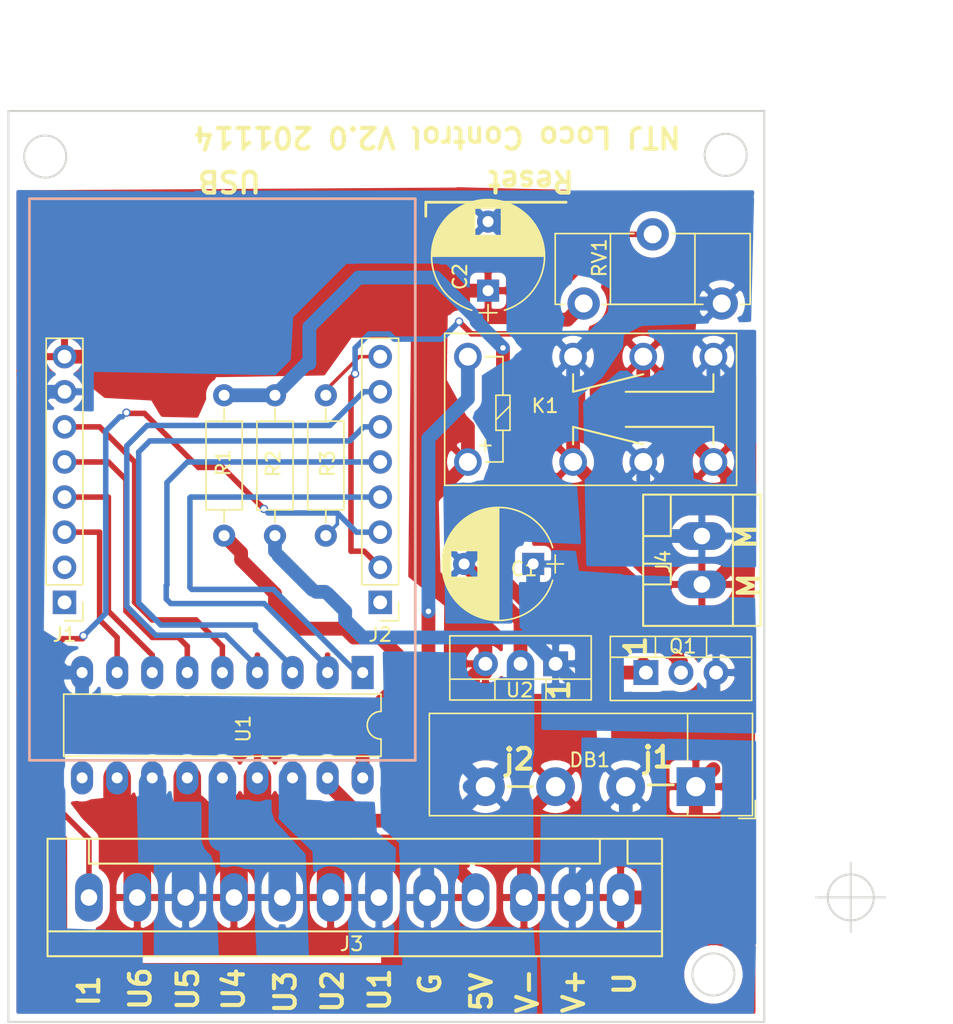
<source format=kicad_pcb>
(kicad_pcb (version 20171130) (host pcbnew "(5.1.8)-1")
  (layers (0 F.Cu signal) (31 B.Cu signal) (34 B.Paste user) (35 F.Paste user) (36 B.SilkS user) (37 F.SilkS user) (38 B.Mask user) (39 F.Mask user) (44 Edge.Cuts user))
  (net 0 "")
  (net 1 GND)
  (net 2 5V)
  (net 3 A0)
  (net 4 D5)
  (net 5 D6)
  (net 6 D7)
  (net 7 D8)
  (net 8 D1)
  (net 9 D2)
  (net 10 D3)
  (net 11 D4)
  (net 12 OUT2)
  (net 13 "Net-(Q1-Pad1)")
  (net 14 "Net-(R1-Pad2)")
  (net 15 VCC)
  (net 16 OUT3)
  (net 17 OUT4)
  (net 18 OUT5)
  (net 19 OUT6)
  (net 20 OUT7)
  (net 21 OUT8)
  (net 22 "Net-(K1-Pad4)")
  (net 23 D0)
  (net 24 V-)
  (net 25 V+)
  (net 26 "Net-(J4-Pad2)")
  (net 27 "Net-(J4-Pad1)")
  (net 28 3,3V)
  (module Diode_THT:Diode_Bridge_Vishay_KBU (layer F.Cu) (at 222.25 102.235 180)
    (fp_text reference DB1 (at 7.6835 1.9304 180) (layer F.SilkS))
    (fp_text value KBU4B)
    (pad 4 thru_hole circle (at 15.24 0 180) (size 2.8 2.8) (drill 1.4) (layers *.Cu *.Mask) (net 1 GND))
    (pad 3 thru_hole circle (at 10.16 0 180) (size 2.8 2.8) (drill 1.4) (layers *.Cu *.Mask) (net 24 V-))
    (pad 2 thru_hole circle (at 5.08 0 180) (size 2.8 2.8) (drill 1.4) (layers *.Cu *.Mask) (net 25 V+))
    (pad 1 thru_hole rect (at 0 0 180) (size 2.8 2.8) (drill 1.4) (layers *.Cu *.Mask) (net 15 VCC))
  )
  (module .pretty:Relay_SPST_OMRON-G5Q (layer F.Cu) (at 205.74 78.74)
    (fp_text reference K1 (at 5.588 -4.064 180) (layer F.SilkS))
    (fp_text value DS2Y-S-5vdc)
    (fp_text user + (at 1.27 -1.27) (layer F.SilkS))
    (pad 1 thru_hole circle (at 0 0 180) (size 2 2) (drill 1.3) (layers *.Cu *.Mask) (net 2 5V))
    (pad 4 thru_hole circle (at 7.62 0 180) (size 2 2) (drill 1.3) (layers *.Cu *.Mask) (net 22 "Net-(K1-Pad4)"))
    (pad 6 thru_hole circle (at 12.7 0 180) (size 2 2) (drill 1.3) (layers *.Cu *.Mask) (net 27 "Net-(J4-Pad1)"))
    (pad 8 thru_hole circle (at 17.78 0 180) (size 2 2) (drill 1.3) (layers *.Cu *.Mask) (net 26 "Net-(J4-Pad2)"))
    (pad 9 thru_hole circle (at 17.78 -7.62 180) (size 2 2) (drill 1.3) (layers *.Cu *.Mask) (net 27 "Net-(J4-Pad1)"))
    (pad 11 thru_hole circle (at 12.7 -7.62 180) (size 2 2) (drill 1.3) (layers *.Cu *.Mask) (net 26 "Net-(J4-Pad2)"))
    (pad 13 thru_hole circle (at 7.62 -7.62 180) (size 2 2) (drill 1.3) (layers *.Cu *.Mask) (net 1 GND))
    (pad 16 thru_hole circle (at 0 -7.62 180) (size 2 2) (drill 1.3) (layers *.Cu *.Mask) (net 12 OUT2))
  )
  (module Package_DIP:DIP-18_W7.62mm_LongPads (layer F.Cu) (at 198.12 93.98 270)
    (fp_text reference U1 (at 4.064 8.636 270) (layer F.SilkS))
    (fp_text value ULN2803A)
    (pad 1 thru_hole rect (at 0 0 270) (size 2.4 1.6) (drill 0.8) (layers *.Cu *.Mask) (net 4 D5))
    (pad 10 thru_hole oval (at 7.62 20.32 270) (size 2.4 1.6) (drill 0.8) (layers *.Cu *.Mask))
    (pad 2 thru_hole oval (at 0 2.54 270) (size 2.4 1.6) (drill 0.8) (layers *.Cu *.Mask) (net 5 D6))
    (pad 11 thru_hole oval (at 7.62 17.78 270) (size 2.4 1.6) (drill 0.8) (layers *.Cu *.Mask) (net 21 OUT8))
    (pad 3 thru_hole oval (at 0 5.08 270) (size 2.4 1.6) (drill 0.8) (layers *.Cu *.Mask) (net 6 D7))
    (pad 12 thru_hole oval (at 7.62 15.24 270) (size 2.4 1.6) (drill 0.8) (layers *.Cu *.Mask) (net 20 OUT7))
    (pad 4 thru_hole oval (at 0 7.62 270) (size 2.4 1.6) (drill 0.8) (layers *.Cu *.Mask) (net 7 D8))
    (pad 13 thru_hole oval (at 7.62 12.7 270) (size 2.4 1.6) (drill 0.8) (layers *.Cu *.Mask) (net 19 OUT6))
    (pad 5 thru_hole oval (at 0 10.16 270) (size 2.4 1.6) (drill 0.8) (layers *.Cu *.Mask) (net 11 D4))
    (pad 14 thru_hole oval (at 7.62 10.16 270) (size 2.4 1.6) (drill 0.8) (layers *.Cu *.Mask) (net 18 OUT5))
    (pad 6 thru_hole oval (at 0 12.7 270) (size 2.4 1.6) (drill 0.8) (layers *.Cu *.Mask) (net 10 D3))
    (pad 15 thru_hole oval (at 7.62 7.62 270) (size 2.4 1.6) (drill 0.8) (layers *.Cu *.Mask) (net 17 OUT4))
    (pad 7 thru_hole oval (at 0 15.24 270) (size 2.4 1.6) (drill 0.8) (layers *.Cu *.Mask) (net 9 D2))
    (pad 16 thru_hole oval (at 7.62 5.08 270) (size 2.4 1.6) (drill 0.8) (layers *.Cu *.Mask) (net 16 OUT3))
    (pad 8 thru_hole oval (at 0 17.78 270) (size 2.4 1.6) (drill 0.8) (layers *.Cu *.Mask) (net 8 D1))
    (pad 17 thru_hole oval (at 7.62 2.54 270) (size 2.4 1.6) (drill 0.8) (layers *.Cu *.Mask) (net 12 OUT2))
    (pad 9 thru_hole oval (at 0 20.32 270) (size 2.4 1.6) (drill 0.8) (layers *.Cu *.Mask) (net 1 GND))
    (pad 18 thru_hole oval (at 7.62 0 270) (size 2.4 1.6) (drill 0.8) (layers *.Cu *.Mask) (net 14 "Net-(R1-Pad2)"))
  )
  (module Pin_Headers:Pin_Header_Straight_1x08_Pitch2.54mm (layer F.Cu) (at 176.53 88.9 180)
    (fp_text reference J1 (at 0 -2.33 180) (layer F.SilkS))
    (fp_text value Conn_01x08)
    (pad 1 thru_hole rect (at 0 0 180) (size 1.7 1.7) (drill 1) (layers *.Cu *.Mask))
    (pad 2 thru_hole oval (at 0 2.54 180) (size 1.7 1.7) (drill 1) (layers *.Cu *.Mask))
    (pad 3 thru_hole oval (at 0 5.08 180) (size 1.7 1.7) (drill 1) (layers *.Cu *.Mask) (net 8 D1))
    (pad 4 thru_hole oval (at 0 7.62 180) (size 1.7 1.7) (drill 1) (layers *.Cu *.Mask) (net 9 D2))
    (pad 5 thru_hole oval (at 0 10.16 180) (size 1.7 1.7) (drill 1) (layers *.Cu *.Mask) (net 10 D3))
    (pad 6 thru_hole oval (at 0 12.7 180) (size 1.7 1.7) (drill 1) (layers *.Cu *.Mask) (net 11 D4))
    (pad 7 thru_hole oval (at 0 15.24 180) (size 1.7 1.7) (drill 1) (layers *.Cu *.Mask) (net 1 GND))
    (pad 8 thru_hole oval (at 0 17.78 180) (size 1.7 1.7) (drill 1) (layers *.Cu *.Mask) (net 2 5V))
  )
  (module Pin_Headers:Pin_Header_Straight_1x08_Pitch2.54mm (layer F.Cu) (at 199.39 88.9 180)
    (fp_text reference J2 (at 0 -2.33 180) (layer F.SilkS))
    (fp_text value Conn_01x08)
    (pad 1 thru_hole rect (at 0 0 180) (size 1.7 1.7) (drill 1) (layers *.Cu *.Mask))
    (pad 2 thru_hole oval (at 0 2.54 180) (size 1.7 1.7) (drill 1) (layers *.Cu *.Mask) (net 3 A0))
    (pad 3 thru_hole oval (at 0 5.08 180) (size 1.7 1.7) (drill 1) (layers *.Cu *.Mask) (net 23 D0))
    (pad 4 thru_hole oval (at 0 7.62 180) (size 1.7 1.7) (drill 1) (layers *.Cu *.Mask) (net 4 D5))
    (pad 5 thru_hole oval (at 0 10.16 180) (size 1.7 1.7) (drill 1) (layers *.Cu *.Mask) (net 5 D6))
    (pad 6 thru_hole oval (at 0 12.7 180) (size 1.7 1.7) (drill 1) (layers *.Cu *.Mask) (net 6 D7))
    (pad 7 thru_hole oval (at 0 15.24 180) (size 1.7 1.7) (drill 1) (layers *.Cu *.Mask) (net 7 D8))
    (pad 8 thru_hole oval (at 0 17.78 180) (size 1.7 1.7) (drill 1) (layers *.Cu *.Mask) (net 28 3,3V))
  )
  (module Resistors_THT:R_Axial_DIN0207_L6.3mm_D2.5mm_P10.16mm_Horizontal (layer F.Cu) (at 188.087 73.914 270)
    (fp_text reference R1 (at 4.8895 0.0635 270) (layer F.SilkS))
    (fp_text value 150R)
    (pad 1 thru_hole circle (at 0 0 270) (size 1.6 1.6) (drill 0.8) (layers *.Cu *.Mask) (net 13 "Net-(Q1-Pad1)"))
    (pad 2 thru_hole oval (at 10.16 0 270) (size 1.6 1.6) (drill 0.8) (layers *.Cu *.Mask) (net 14 "Net-(R1-Pad2)"))
  )
  (module Resistors_THT:R_Axial_DIN0207_L6.3mm_D2.5mm_P10.16mm_Horizontal (layer F.Cu) (at 191.77 84.074 90)
    (fp_text reference R2 (at 5.207 -0.127 90) (layer F.SilkS))
    (fp_text value 3k)
    (pad 1 thru_hole circle (at 0 0 90) (size 1.6 1.6) (drill 0.8) (layers *.Cu *.Mask) (net 15 VCC))
    (pad 2 thru_hole oval (at 10.16 0 90) (size 1.6 1.6) (drill 0.8) (layers *.Cu *.Mask) (net 13 "Net-(Q1-Pad1)"))
  )
  (module Potentiometers:Potentiometer_Trimmer_ACP_CA14h5_Vertical_Px5.0mm_Py10.0mm (layer F.Cu) (at 214.122 67.2719 90)
    (fp_text reference RV1 (at 3.302 1.143 90) (layer F.SilkS))
    (fp_text value POT)
    (pad 3 thru_hole circle (at 0 10 90) (size 2.34 2.34) (drill 1.3) (layers *.Cu *.Mask) (net 1 GND))
    (pad 2 thru_hole circle (at 5 5 90) (size 2.34 2.34) (drill 1.3) (layers *.Cu *.Mask) (net 3 A0))
    (pad 1 thru_hole circle (at 0 0 90) (size 2.34 2.34) (drill 1.3) (layers *.Cu *.Mask) (net 22 "Net-(K1-Pad4)"))
  )
  (module TO_SOT_Packages_THT:TO-220_Vertical (layer F.Cu) (at 212.09 93.345 180)
    (fp_text reference U2 (at 2.6035 -1.905 180) (layer F.SilkS))
    (fp_text value LM7805_TO220)
    (pad 1 thru_hole rect (at 0 0 180) (size 1.8 1.8) (drill 1) (layers *.Cu *.Mask) (net 15 VCC))
    (pad 2 thru_hole oval (at 2.54 0 180) (size 1.8 1.8) (drill 1) (layers *.Cu *.Mask) (net 1 GND))
    (pad 3 thru_hole oval (at 5.08 0 180) (size 1.8 1.8) (drill 1) (layers *.Cu *.Mask) (net 2 5V))
  )
  (module Capacitors_THT:CP_Radial_D8.0mm_P5.00mm (layer F.Cu) (at 210.4644 86.1187 180)
    (fp_text reference C1 (at 0.6604 -0.3683 180) (layer F.SilkS))
    (fp_text value 330u)
    (pad 1 thru_hole rect (at 0 0 180) (size 1.6 1.6) (drill 0.8) (layers *.Cu *.Mask) (net 15 VCC))
    (pad 2 thru_hole circle (at 5 0 180) (size 1.6 1.6) (drill 0.8) (layers *.Cu *.Mask) (net 1 GND))
  )
  (module Capacitors_THT:CP_Radial_D8.0mm_P5.00mm (layer F.Cu) (at 207.2005 66.3448 90)
    (fp_text reference C2 (at 1.016 -2.032 90) (layer F.SilkS))
    (fp_text value 330u)
    (pad 1 thru_hole rect (at 0 0 90) (size 1.6 1.6) (drill 0.8) (layers *.Cu *.Mask) (net 2 5V))
    (pad 2 thru_hole circle (at 5 0 90) (size 1.6 1.6) (drill 0.8) (layers *.Cu *.Mask) (net 1 GND))
  )
  (module Connectors_WAGO:WAGO_734_12Pin_Straight_RuggedPads (layer F.Cu) (at 197.549699 110.254979 180)
    (fp_text reference J3 (at 0.229799 -3.359221 180) (layer F.SilkS))
    (fp_text value Screw_Terminal_01x12)
    (pad 6 thru_hole oval (at -1.75006 0 180) (size 1.99898 3.50012) (drill 1.19888) (layers *.Cu *.Mask) (net 16 OUT3))
    (pad 5 thru_hole oval (at -5.25018 0 180) (size 1.99898 3.50012) (drill 1.19888) (layers *.Cu *.Mask) (net 1 GND))
    (pad 7 thru_hole oval (at 1.75006 0 180) (size 1.99898 3.50012) (drill 1.19888) (layers *.Cu *.Mask) (net 17 OUT4))
    (pad 8 thru_hole oval (at 5.25018 0 180) (size 1.99898 3.50012) (drill 1.19888) (layers *.Cu *.Mask) (net 18 OUT5))
    (pad 4 thru_hole oval (at -8.7503 0 180) (size 1.99898 3.50012) (drill 1.19888) (layers *.Cu *.Mask) (net 2 5V))
    (pad 9 thru_hole oval (at 8.7503 0 180) (size 1.99898 3.50012) (drill 1.19888) (layers *.Cu *.Mask) (net 19 OUT6))
    (pad 3 thru_hole oval (at -12.25042 0 180) (size 1.99898 3.50012) (drill 1.19888) (layers *.Cu *.Mask) (net 24 V-))
    (pad 10 thru_hole oval (at 12.25042 0 180) (size 1.99898 3.50012) (drill 1.19888) (layers *.Cu *.Mask) (net 20 OUT7))
    (pad 11 thru_hole oval (at 15.75054 0 180) (size 1.99898 3.50012) (drill 1.19888) (layers *.Cu *.Mask) (net 21 OUT8))
    (pad 2 thru_hole oval (at -15.75054 0 180) (size 1.99898 3.50012) (drill 1.19888) (layers *.Cu *.Mask) (net 25 V+))
    (pad 1 thru_hole oval (at -19.25066 0 180) (size 1.99898 3.50012) (drill 1.19888) (layers *.Cu *.Mask) (net 15 VCC))
    (pad 12 thru_hole oval (at 19.25066 0 180) (size 1.99898 3.50012) (drill 1.19888) (layers *.Cu *.Mask) (net 23 D0))
  )
  (module Connectors_WAGO:WAGO_734_2pin_Straight_RuggedPads (layer F.Cu) (at 222.6818 85.852 270)
    (fp_text reference J4 (at 0.1143 2.794 270) (layer F.SilkS))
    (fp_text value Screw_Terminal_01x02)
    (pad 2 thru_hole oval (at 1.75006 0 270) (size 1.99898 3.50012) (drill 1.19888) (layers *.Cu *.Mask) (net 26 "Net-(J4-Pad2)"))
    (pad 1 thru_hole oval (at -1.75006 0 270) (size 1.99898 3.50012) (drill 1.19888) (layers *.Cu *.Mask) (net 27 "Net-(J4-Pad1)"))
  )
  (module TO_SOT_Packages_THT:TO-220_Vertical (layer F.Cu) (at 218.6305 93.98)
    (fp_text reference Q1 (at 2.667 -1.905) (layer F.SilkS))
    (fp_text value FQPF11P06)
    (pad 1 thru_hole rect (at 0 0) (size 1.8 1.8) (drill 1) (layers *.Cu *.Mask) (net 13 "Net-(Q1-Pad1)"))
    (pad 2 thru_hole oval (at 2.54 0) (size 1.8 1.8) (drill 1) (layers *.Cu *.Mask) (net 22 "Net-(K1-Pad4)"))
    (pad 3 thru_hole oval (at 5.08 0) (size 1.8 1.8) (drill 1) (layers *.Cu *.Mask) (net 15 VCC))
  )
  (module Resistors_THT:R_Axial_DIN0207_L6.3mm_D2.5mm_P10.16mm_Horizontal (layer F.Cu) (at 195.453 73.914 270)
    (fp_text reference R3 (at 4.953 -0.127 90) (layer F.SilkS))
    (fp_text value 10k)
    (pad 1 thru_hole circle (at 0 0 270) (size 1.6 1.6) (drill 0.8) (layers *.Cu *.Mask) (net 28 3,3V))
    (pad 2 thru_hole oval (at 10.16 0 270) (size 1.6 1.6) (drill 0.8) (layers *.Cu *.Mask) (net 23 D0))
  )
  (gr_text 1 (at 212.3313 95.2373 90) (layer F.SilkS) (effects (font (size 1.5 1.5) (thickness 0.3))))
  (gr_text 1 (at 217.8812 92.0623 90) (layer F.SilkS) (effects (font (size 1.5 1.5) (thickness 0.3))))
  (gr_text U (at 217.0811 116.4971 90) (layer F.SilkS) (effects (font (size 1.5 1.5) (thickness 0.3))))
  (gr_text I1 (at 178.2953 117.0051 90) (layer F.SilkS) (effects (font (size 1.5 1.5) (thickness 0.3))))
  (gr_text j1 (at 219.4941 100.1014) (layer F.SilkS) (effects (font (size 1.5 1.5) (thickness 0.3))))
  (gr_text j2 (at 209.4484 100.2538) (layer F.SilkS) (effects (font (size 1.5 1.5) (thickness 0.3))))
  (gr_line (start 218.8083 102.108) (end 220.6117 102.108) (layer F.SilkS) (width 0.2))
  (gr_line (start 208.6356 102.2223) (end 210.4263 102.235) (layer F.SilkS) (width 0.2))
  (gr_circle (center 223.52 115.824) (end 225.044 115.824) (layer Edge.Cuts) (width 0.15))
  (gr_line (start 227.203 53.34) (end 172.466 53.34) (angle 90) (layer Edge.Cuts) (width 0.15))
  (gr_line (start 227.203 119.253) (end 227.203 53.34) (angle 90) (layer Edge.Cuts) (width 0.15))
  (gr_line (start 172.466 119.253) (end 172.466 53.34) (angle 90) (layer Edge.Cuts) (width 0.15))
  (gr_line (start 227.203 119.253) (end 172.466 119.253) (angle 90) (layer Edge.Cuts) (width 0.15))
  (target plus (at 233.4641 110.2487) (size 5) (width 0.15) (layer Edge.Cuts))
  (gr_text G (at 202.9968 116.5098 90) (layer F.SilkS) (effects (font (size 1.5 1.5) (thickness 0.3))))
  (gr_line (start 202.692 59.944) (end 202.692 60.96) (angle 90) (layer F.SilkS) (width 0.2))
  (gr_line (start 207.264 59.944) (end 202.692 59.944) (angle 90) (layer F.SilkS) (width 0.2))
  (gr_line (start 206.756 59.944) (end 207.264 59.944) (angle 90) (layer F.SilkS) (width 0.2))
  (gr_line (start 212.852 59.944) (end 206.756 59.944) (angle 90) (layer F.SilkS) (width 0.2))
  (gr_text Reset (at 210.312 58.42 180) (layer F.SilkS) (effects (font (size 1.5 1.5) (thickness 0.3))))
  (gr_text USB (at 188.468 58.42 180) (layer F.SilkS) (effects (font (size 1.5 1.5) (thickness 0.3))))
  (gr_circle (center 224.409 56.515) (end 225.933 56.515) (layer Edge.Cuts) (width 0.15))
  (gr_text "NTJ Loco Control V2.0 201114" (at 203.5175 55.245 180) (layer F.SilkS) (effects (font (size 1.5 1.5) (thickness 0.3))))
  (gr_circle (center 175.133 56.642) (end 176.657 56.642) (layer Edge.Cuts) (width 0.15))
  (gr_text U6 (at 182.0164 116.8527 90) (layer F.SilkS) (effects (font (size 1.5 1.5) (thickness 0.3))))
  (gr_text U5 (at 185.4581 116.8908 90) (layer F.SilkS) (effects (font (size 1.5 1.5) (thickness 0.3))))
  (gr_text U4 (at 188.7728 116.8908 90) (layer F.SilkS) (effects (font (size 1.5 1.5) (thickness 0.3))))
  (gr_text U3 (at 192.5193 117.1067 90) (layer F.SilkS) (effects (font (size 1.5 1.5) (thickness 0.3))))
  (gr_text U2 (at 195.9356 117.0432 90) (layer F.SilkS) (effects (font (size 1.5 1.5) (thickness 0.3))))
  (gr_text U1 (at 199.3519 116.9289 90) (layer F.SilkS) (effects (font (size 1.5 1.5) (thickness 0.3))))
  (gr_text 5V (at 206.7179 117.0813 90) (layer F.SilkS) (effects (font (size 1.5 1.5) (thickness 0.3))))
  (gr_text M (at 225.8568 84.1502 90) (layer F.SilkS) (effects (font (size 1.5 1.5) (thickness 0.3))))
  (gr_text M (at 226.0981 87.6935 90) (layer F.SilkS) (effects (font (size 1.5 1.5) (thickness 0.3))))
  (gr_text V- (at 210.058 117.0178 90) (layer F.SilkS) (effects (font (size 1.5 1.5) (thickness 0.3))))
  (gr_text V+ (at 213.3981 117.0178 90) (layer F.SilkS) (effects (font (size 1.5 1.5) (thickness 0.3))))
  (gr_line (start 201.93 59.69) (end 173.99 59.69) (angle 90) (layer B.SilkS) (width 0.2))
  (gr_line (start 201.93 100.33) (end 201.93 59.69) (angle 90) (layer B.SilkS) (width 0.2))
  (gr_line (start 173.99 100.33) (end 201.93 100.33) (angle 90) (layer B.SilkS) (width 0.2))
  (gr_line (start 173.99 59.69) (end 173.99 100.33) (angle 90) (layer B.SilkS) (width 0.2))
  (segment (start 207.01 102.235) (end 205.867 102.235) (width 1) (layer B.Cu) (net 1))
  (segment (start 217.17 67.31) (end 213.36 71.12) (width 1) (layer B.Cu) (net 1))
  (segment (start 213.36 71.12) (end 213.36 73.025) (width 1) (layer B.Cu) (net 1))
  (segment (start 206.375 102.235) (end 207.01 102.235) (width 1) (layer B.Cu) (net 1))
  (segment (start 176.53 73.66) (end 175.26 73.66) (width 1) (layer B.Cu) (net 1))
  (segment (start 176.53 93.98) (end 177.8 93.98) (width 1) (layer B.Cu) (net 1))
  (segment (start 173.99 91.44) (end 176.53 93.98) (width 1) (layer B.Cu) (net 1))
  (segment (start 173.99 74.93) (end 173.99 91.44) (width 1) (layer B.Cu) (net 1))
  (segment (start 175.26 73.66) (end 173.99 74.93) (width 1) (layer B.Cu) (net 1))
  (segment (start 177.8 93.98) (end 177.8 94.615) (width 1) (layer B.Cu) (net 1))
  (segment (start 212.755 70.455) (end 212.725 70.485) (width 0.25) (layer F.Cu) (net 1))
  (segment (start 177.8 94.38) (end 177.8 93.98) (width 1) (layer B.Cu) (net 1))
  (segment (start 207.01 102.235) (end 203.9112 105.3338) (width 1) (layer B.Cu) (net 1))
  (segment (start 203.9112 106.393598) (end 203.9112 105.3338) (width 1) (layer B.Cu) (net 1))
  (segment (start 202.799879 107.504919) (end 203.9112 106.393598) (width 1) (layer B.Cu) (net 1))
  (segment (start 202.799879 110.254979) (end 202.799879 107.504919) (width 1) (layer B.Cu) (net 1))
  (segment (start 202.7301 110.1677) (end 202.7301 109.8677) (width 0.25) (layer F.Cu) (net 1))
  (segment (start 217.2081 67.2719) (end 217.17 67.31) (width 1) (layer B.Cu) (net 1))
  (segment (start 224.122 67.2719) (end 217.2081 67.2719) (width 1) (layer B.Cu) (net 1))
  (segment (start 224.122 67.2719) (end 218.5416 67.2719) (width 1) (layer B.Cu) (net 1))
  (segment (start 212.6145 61.3448) (end 207.2005 61.3448) (width 1) (layer B.Cu) (net 1))
  (segment (start 218.5416 67.2719) (end 212.6145 61.3448) (width 1) (layer B.Cu) (net 1))
  (segment (start 211.659999 74.725001) (end 211.659999 74.890101) (width 1) (layer B.Cu) (net 1))
  (segment (start 213.36 73.025) (end 211.659999 74.725001) (width 1) (layer B.Cu) (net 1))
  (segment (start 211.659999 74.890101) (end 209.1309 77.4192) (width 1) (layer B.Cu) (net 1))
  (segment (start 209.1309 82.4522) (end 205.4644 86.1187) (width 1) (layer B.Cu) (net 1))
  (segment (start 209.1309 77.4192) (end 209.1309 82.4522) (width 1) (layer B.Cu) (net 1))
  (segment (start 209.55 90.2043) (end 205.4644 86.1187) (width 1) (layer F.Cu) (net 1))
  (segment (start 209.55 93.345) (end 209.55 90.2043) (width 1) (layer F.Cu) (net 1))
  (segment (start 202.692 97.917) (end 207.01 102.235) (width 1) (layer B.Cu) (net 1))
  (segment (start 179.537 97.917) (end 202.692 97.917) (width 1) (layer B.Cu) (net 1))
  (segment (start 177.8 93.98) (end 177.8 96.18) (width 1) (layer B.Cu) (net 1))
  (segment (start 177.8 96.18) (end 179.537 97.917) (width 1) (layer B.Cu) (net 1))
  (segment (start 209.55 99.695) (end 207.01 102.235) (width 1) (layer B.Cu) (net 1))
  (segment (start 209.55 93.345) (end 209.55 99.695) (width 2) (layer B.Cu) (net 1))
  (segment (start 207.01 93.345) (end 207.01 93.98) (width 1) (layer F.Cu) (net 2))
  (segment (start 205.74 76.2) (end 205.74 78.74) (width 1) (layer F.Cu) (net 2))
  (segment (start 203.2 73.66) (end 205.74 76.2) (width 1) (layer F.Cu) (net 2))
  (segment (start 202.6412 68.4149) (end 203.2 68.9737) (width 1) (layer F.Cu) (net 2))
  (segment (start 203.2 68.9737) (end 203.2 73.66) (width 1) (layer F.Cu) (net 2))
  (segment (start 206.110001 94.244999) (end 206.110001 96.022999) (width 1) (layer F.Cu) (net 2))
  (segment (start 207.01 93.345) (end 206.110001 94.244999) (width 1) (layer F.Cu) (net 2))
  (segment (start 206.110001 96.022999) (end 203.5683 98.5647) (width 1) (layer F.Cu) (net 2))
  (segment (start 206.299999 109.504409) (end 206.299999 110.254979) (width 1) (layer F.Cu) (net 2))
  (segment (start 203.5683 106.77271) (end 206.299999 109.504409) (width 1) (layer F.Cu) (net 2))
  (segment (start 203.5683 98.5647) (end 203.5683 106.77271) (width 1) (layer F.Cu) (net 2))
  (segment (start 203.3304 68.4149) (end 202.6412 68.4149) (width 1) (layer F.Cu) (net 2))
  (segment (start 205.4005 66.3448) (end 203.3304 68.4149) (width 1) (layer F.Cu) (net 2))
  (segment (start 207.2005 66.3448) (end 205.4005 66.3448) (width 1) (layer F.Cu) (net 2))
  (segment (start 207.01 92.072208) (end 205.4352 90.497408) (width 1) (layer F.Cu) (net 2))
  (segment (start 207.01 93.345) (end 207.01 92.072208) (width 1) (layer F.Cu) (net 2))
  (segment (start 205.4352 90.497408) (end 205.4352 89.0905) (width 1) (layer F.Cu) (net 2))
  (segment (start 205.4352 89.0905) (end 203.1111 86.7664) (width 1) (layer F.Cu) (net 2))
  (segment (start 203.1111 81.3689) (end 205.74 78.74) (width 1) (layer F.Cu) (net 2))
  (segment (start 203.1111 86.7664) (end 203.1111 81.3689) (width 1) (layer F.Cu) (net 2))
  (segment (start 197.9422 68.4149) (end 202.6412 68.4149) (width 1) (layer F.Cu) (net 2))
  (segment (start 192.8622 68.4149) (end 197.9422 68.4149) (width 1) (layer F.Cu) (net 2))
  (segment (start 176.53 71.12) (end 190.1571 71.12) (width 1) (layer F.Cu) (net 2))
  (segment (start 190.1571 71.12) (end 192.8622 68.4149) (width 1) (layer F.Cu) (net 2))
  (segment (start 203.835 69.85) (end 201.93 69.85) (width 0.4) (layer B.Cu) (net 3))
  (segment (start 205.105 68.58) (end 203.835 69.85) (width 0.4) (layer B.Cu) (net 3))
  (via (at 205.105 68.58) (size 0.6) (drill 0.4) (layers F.Cu B.Cu) (net 3))
  (segment (start 201.93 69.85) (end 200.4187 69.85) (width 0.4) (layer B.Cu) (net 3))
  (segment (start 200.4187 69.85) (end 200.0504 69.4817) (width 0.4) (layer B.Cu) (net 3))
  (segment (start 200.0504 69.4817) (end 198.5899 69.4817) (width 0.4) (layer B.Cu) (net 3))
  (segment (start 198.5899 69.4817) (end 197.5739 70.4977) (width 0.4) (layer B.Cu) (net 3))
  (via (at 197.5739 72.3519) (size 0.6) (drill 0.4) (layers F.Cu B.Cu) (net 3))
  (segment (start 197.5739 70.4977) (end 197.5739 72.3519) (width 0.4) (layer B.Cu) (net 3))
  (segment (start 197.273901 72.651899) (end 197.273901 85.196401) (width 0.4) (layer F.Cu) (net 3))
  (segment (start 197.5739 72.3519) (end 197.273901 72.651899) (width 0.4) (layer F.Cu) (net 3))
  (segment (start 198.226401 85.196401) (end 199.39 86.36) (width 0.4) (layer F.Cu) (net 3))
  (segment (start 197.273901 85.196401) (end 198.226401 85.196401) (width 0.4) (layer F.Cu) (net 3))
  (segment (start 205.994 69.469) (end 205.105 68.58) (width 0.4) (layer F.Cu) (net 3))
  (segment (start 209.2071 69.469) (end 205.994 69.469) (width 0.4) (layer F.Cu) (net 3))
  (segment (start 213.9531 64.723) (end 209.2071 69.469) (width 0.4) (layer F.Cu) (net 3))
  (segment (start 219.122 62.2719) (end 213.9531 62.2719) (width 0.4) (layer F.Cu) (net 3))
  (segment (start 213.9531 62.2719) (end 213.9531 64.723) (width 0.4) (layer F.Cu) (net 3))
  (segment (start 198.12 93.98) (end 198.12 93.345) (width 0.4) (layer B.Cu) (net 4))
  (segment (start 198.12 93.58) (end 198.12 93.98) (width 0.4) (layer B.Cu) (net 4))
  (segment (start 197.67707 93.98) (end 191.6557 87.95863) (width 0.4) (layer B.Cu) (net 4))
  (segment (start 198.12 93.98) (end 197.67707 93.98) (width 0.4) (layer B.Cu) (net 4))
  (segment (start 191.6557 87.95863) (end 185.74863 87.95863) (width 0.4) (layer B.Cu) (net 4))
  (segment (start 185.74863 87.95863) (end 185.6105 87.8205) (width 0.4) (layer B.Cu) (net 4))
  (segment (start 185.6105 87.8205) (end 185.6105 81.3308) (width 0.4) (layer B.Cu) (net 4))
  (segment (start 185.6613 81.28) (end 199.39 81.28) (width 0.4) (layer B.Cu) (net 4))
  (segment (start 185.6105 81.3308) (end 185.6613 81.28) (width 0.4) (layer B.Cu) (net 4))
  (segment (start 195.58 93.98) (end 195.58 92.71) (width 0.4) (layer F.Cu) (net 5))
  (segment (start 195.58 94.38) (end 195.58 93.98) (width 0.4) (layer F.Cu) (net 5))
  (segment (start 199.39 78.74) (end 198.187919 78.74) (width 0.4) (layer B.Cu) (net 5))
  (segment (start 195.58 93.58) (end 195.58 93.98) (width 0.4) (layer B.Cu) (net 5))
  (segment (start 195.58 93.58) (end 190.9889 88.9889) (width 0.4) (layer B.Cu) (net 5))
  (segment (start 190.9889 88.9889) (end 184.2262 88.9889) (width 0.4) (layer B.Cu) (net 5))
  (segment (start 184.2262 88.9889) (end 183.896 88.6587) (width 0.4) (layer B.Cu) (net 5))
  (segment (start 183.896 87.682798) (end 183.9468 87.631998) (width 0.4) (layer B.Cu) (net 5))
  (segment (start 183.896 88.6587) (end 183.896 87.682798) (width 0.4) (layer B.Cu) (net 5))
  (segment (start 183.9468 87.631998) (end 183.9468 80.2259) (width 0.4) (layer B.Cu) (net 5))
  (segment (start 185.4327 78.74) (end 199.39 78.74) (width 0.4) (layer B.Cu) (net 5))
  (segment (start 183.9468 80.2259) (end 185.4327 78.74) (width 0.4) (layer B.Cu) (net 5))
  (segment (start 199.39 76.2) (end 198.755 76.2) (width 0.4) (layer B.Cu) (net 6))
  (segment (start 198.187919 76.2) (end 197.171919 77.216) (width 0.4) (layer B.Cu) (net 6))
  (segment (start 199.39 76.2) (end 198.187919 76.2) (width 0.4) (layer B.Cu) (net 6))
  (segment (start 197.171919 77.216) (end 182.7022 77.216) (width 0.4) (layer B.Cu) (net 6))
  (segment (start 182.7022 77.216) (end 181.9021 78.0161) (width 0.4) (layer B.Cu) (net 6))
  (segment (start 181.9021 78.0161) (end 181.9021 88.9381) (width 0.4) (layer B.Cu) (net 6))
  (segment (start 181.9021 88.9381) (end 183.5023 90.5383) (width 0.4) (layer B.Cu) (net 6))
  (segment (start 183.5023 90.5383) (end 190.3603 90.5383) (width 0.4) (layer B.Cu) (net 6))
  (segment (start 193.04 93.58) (end 193.04 93.98) (width 0.4) (layer B.Cu) (net 6))
  (segment (start 190.3603 90.9003) (end 193.04 93.58) (width 0.4) (layer B.Cu) (net 6))
  (segment (start 190.3603 90.5383) (end 190.3603 90.9003) (width 0.4) (layer B.Cu) (net 6))
  (segment (start 190.5 92.71) (end 190.5 93.98) (width 0.4) (layer F.Cu) (net 7))
  (segment (start 199.39 73.66) (end 198.656206 73.66) (width 0.4) (layer F.Cu) (net 7))
  (segment (start 198.187919 73.66) (end 195.749519 76.0984) (width 0.4) (layer B.Cu) (net 7))
  (segment (start 199.39 73.66) (end 198.187919 73.66) (width 0.4) (layer B.Cu) (net 7))
  (segment (start 195.749519 76.0984) (end 182.5117 76.0984) (width 0.4) (layer B.Cu) (net 7))
  (segment (start 182.5117 76.0984) (end 181.0385 77.5716) (width 0.4) (layer B.Cu) (net 7))
  (segment (start 181.0385 77.5716) (end 181.0385 89.1794) (width 0.4) (layer B.Cu) (net 7))
  (segment (start 181.0385 89.1794) (end 183.134 91.2749) (width 0.4) (layer B.Cu) (net 7))
  (segment (start 190.5 93.58) (end 190.5 93.98) (width 0.4) (layer B.Cu) (net 7))
  (segment (start 188.1949 91.2749) (end 190.5 93.58) (width 0.4) (layer B.Cu) (net 7))
  (segment (start 183.134 91.2749) (end 188.1949 91.2749) (width 0.4) (layer B.Cu) (net 7))
  (segment (start 180.34 93.98) (end 180.34 91.44) (width 0.4) (layer F.Cu) (net 8))
  (segment (start 179.07 83.82) (end 176.53 83.82) (width 0.4) (layer F.Cu) (net 8))
  (segment (start 179.07 90.17) (end 179.07 83.82) (width 0.4) (layer F.Cu) (net 8))
  (segment (start 180.34 91.44) (end 179.07 90.17) (width 0.4) (layer F.Cu) (net 8))
  (segment (start 176.53 81.28) (end 179.705 81.28) (width 0.4) (layer F.Cu) (net 9))
  (segment (start 182.88 92.71) (end 182.88 93.98) (width 0.4) (layer F.Cu) (net 9))
  (segment (start 179.705 89.535) (end 182.88 92.71) (width 0.4) (layer F.Cu) (net 9))
  (segment (start 179.705 81.28) (end 179.705 89.535) (width 0.4) (layer F.Cu) (net 9))
  (segment (start 176.53 81.28) (end 177.165 81.28) (width 0.4) (layer B.Cu) (net 9))
  (segment (start 185.42 93.98) (end 185.42 92.075) (width 0.4) (layer F.Cu) (net 10))
  (segment (start 179.705 78.74) (end 176.53 78.74) (width 0.4) (layer F.Cu) (net 10))
  (segment (start 180.975 80.01) (end 179.705 78.74) (width 0.4) (layer F.Cu) (net 10))
  (segment (start 180.975 89.535) (end 180.975 80.01) (width 0.4) (layer F.Cu) (net 10))
  (segment (start 182.88 91.44) (end 180.975 89.535) (width 0.4) (layer F.Cu) (net 10))
  (segment (start 184.785 91.44) (end 182.88 91.44) (width 0.4) (layer F.Cu) (net 10))
  (segment (start 185.42 92.075) (end 184.785 91.44) (width 0.4) (layer F.Cu) (net 10))
  (segment (start 185.42 93.345) (end 185.42 93.98) (width 0.4) (layer B.Cu) (net 10))
  (segment (start 176.53 78.74) (end 177.165 78.74) (width 0.4) (layer B.Cu) (net 10))
  (segment (start 187.96 93.98) (end 187.96 92.075) (width 0.4) (layer F.Cu) (net 11))
  (segment (start 179.07 76.2) (end 176.53 76.2) (width 0.4) (layer F.Cu) (net 11))
  (segment (start 181.61 78.74) (end 179.07 76.2) (width 0.4) (layer F.Cu) (net 11))
  (segment (start 181.61 88.9) (end 181.61 78.74) (width 0.4) (layer F.Cu) (net 11))
  (segment (start 182.88 90.17) (end 181.61 88.9) (width 0.4) (layer F.Cu) (net 11))
  (segment (start 186.055 90.17) (end 182.88 90.17) (width 0.4) (layer F.Cu) (net 11))
  (segment (start 187.96 92.075) (end 186.055 90.17) (width 0.4) (layer F.Cu) (net 11))
  (via (at 202.8825 89.5477) (size 0.6) (drill 0.4) (layers F.Cu B.Cu) (net 12))
  (segment (start 195.58 102) (end 198.2788 104.6988) (width 1) (layer F.Cu) (net 12))
  (segment (start 195.58 101.6) (end 195.58 102) (width 1) (layer F.Cu) (net 12))
  (segment (start 198.2788 104.6988) (end 200.3552 104.6988) (width 1) (layer F.Cu) (net 12))
  (segment (start 200.3552 96.87087) (end 202.946 94.28007) (width 1) (layer F.Cu) (net 12))
  (segment (start 202.946 94.28007) (end 202.946 92.71) (width 1) (layer F.Cu) (net 12))
  (segment (start 200.3552 104.6988) (end 200.3552 96.87087) (width 1) (layer F.Cu) (net 12))
  (segment (start 202.8825 92.6465) (end 202.8825 89.5477) (width 1) (layer F.Cu) (net 12))
  (segment (start 202.946 92.71) (end 202.8825 92.6465) (width 1) (layer F.Cu) (net 12))
  (segment (start 202.8825 77.0255) (end 202.8825 89.5477) (width 1) (layer B.Cu) (net 12))
  (segment (start 205.74 71.12) (end 205.74 74.168) (width 1) (layer B.Cu) (net 12))
  (segment (start 205.74 74.168) (end 202.8825 77.0255) (width 1) (layer B.Cu) (net 12))
  (via (at 208.28 70.485) (size 0.6) (drill 0.4) (layers F.Cu B.Cu) (net 13))
  (segment (start 218.44 93.98) (end 218.44 93.345) (width 1) (layer F.Cu) (net 13))
  (segment (start 194.2592 71.61423) (end 194.2592 68.961) (width 1) (layer B.Cu) (net 13))
  (segment (start 194.2592 68.961) (end 197.8279 65.3923) (width 1) (layer B.Cu) (net 13))
  (segment (start 197.8279 65.3923) (end 198.0311 65.3923) (width 1) (layer B.Cu) (net 13))
  (segment (start 206.372498 68.577498) (end 208.28 70.485) (width 1) (layer B.Cu) (net 13))
  (segment (start 206.372498 68.3768) (end 206.372498 68.577498) (width 1) (layer B.Cu) (net 13))
  (segment (start 197.8279 65.3923) (end 203.387998 65.3923) (width 1) (layer B.Cu) (net 13))
  (segment (start 203.387998 65.3923) (end 206.372498 68.3768) (width 1) (layer B.Cu) (net 13))
  (segment (start 214.0458 93.1037) (end 214.9221 93.98) (width 1) (layer F.Cu) (net 13))
  (segment (start 214.0458 91.4858) (end 214.0458 93.1037) (width 1) (layer F.Cu) (net 13))
  (segment (start 213.65303 91.09303) (end 214.0458 91.4858) (width 1) (layer F.Cu) (net 13))
  (segment (start 213.65303 90.98373) (end 213.65303 91.09303) (width 1) (layer F.Cu) (net 13))
  (segment (start 212.0265 90.98373) (end 213.65303 90.98373) (width 1) (layer F.Cu) (net 13))
  (segment (start 206.964401 85.921631) (end 212.0265 90.98373) (width 1) (layer F.Cu) (net 13))
  (segment (start 208.28 79.3369) (end 205.4352 82.1817) (width 1) (layer F.Cu) (net 13))
  (segment (start 208.28 70.485) (end 208.28 79.3369) (width 1) (layer F.Cu) (net 13))
  (segment (start 205.4352 82.1817) (end 205.4352 83.9597) (width 1) (layer F.Cu) (net 13))
  (segment (start 205.525402 83.9597) (end 206.964401 85.398699) (width 1) (layer F.Cu) (net 13))
  (segment (start 205.4352 83.9597) (end 205.525402 83.9597) (width 1) (layer F.Cu) (net 13))
  (segment (start 206.964401 85.398699) (end 206.964401 85.921631) (width 1) (layer F.Cu) (net 13))
  (segment (start 194.06977 71.61423) (end 191.77 73.914) (width 1) (layer B.Cu) (net 13))
  (segment (start 194.2592 71.61423) (end 194.06977 71.61423) (width 1) (layer B.Cu) (net 13))
  (segment (start 191.77 73.914) (end 188.087 73.914) (width 1) (layer B.Cu) (net 13))
  (segment (start 214.9221 93.98) (end 218.6305 93.98) (width 1) (layer F.Cu) (net 13))
  (segment (start 191.77 88.265) (end 191.77 88.9) (width 1) (layer F.Cu) (net 14))
  (segment (start 191.77 88.9) (end 193.675 90.805) (width 1) (layer F.Cu) (net 14))
  (segment (start 193.675 90.805) (end 196.85 90.805) (width 1) (layer F.Cu) (net 14))
  (segment (start 196.85 90.805) (end 197.485 91.44) (width 1) (layer F.Cu) (net 14))
  (segment (start 197.485 91.44) (end 199.39 91.44) (width 1) (layer F.Cu) (net 14))
  (segment (start 199.39 91.44) (end 200.66 92.71) (width 1) (layer F.Cu) (net 14))
  (segment (start 189.3189 85.8139) (end 191.77 88.265) (width 1) (layer F.Cu) (net 14))
  (segment (start 200.66 92.71) (end 200.66 94.869) (width 1) (layer F.Cu) (net 14))
  (segment (start 198.12 97.409) (end 198.12 101.6) (width 1) (layer F.Cu) (net 14))
  (segment (start 200.66 94.869) (end 198.12 97.409) (width 1) (layer F.Cu) (net 14))
  (segment (start 189.3189 85.3059) (end 188.087 84.074) (width 1) (layer F.Cu) (net 14))
  (segment (start 189.3189 85.8139) (end 189.3189 85.3059) (width 1) (layer F.Cu) (net 14))
  (segment (start 223.52 93.98) (end 223.52 95.25) (width 1) (layer B.Cu) (net 15))
  (segment (start 215.9 97.155) (end 212.09 93.345) (width 1) (layer B.Cu) (net 15))
  (segment (start 221.615 97.155) (end 215.9 97.155) (width 1) (layer B.Cu) (net 15))
  (segment (start 223.52 95.25) (end 221.615 97.155) (width 1) (layer B.Cu) (net 15))
  (segment (start 223.52 100.965) (end 222.25 102.235) (width 1) (layer F.Cu) (net 15))
  (segment (start 210.185 91.44) (end 212.09 93.345) (width 1) (layer B.Cu) (net 15))
  (segment (start 191.77 84.074) (end 191.77 85.20537) (width 1) (layer B.Cu) (net 15))
  (segment (start 192.024 85.5345) (end 194.4751 87.9856) (width 1) (layer B.Cu) (net 15))
  (segment (start 194.7545 88.138) (end 195.40113 88.138) (width 1) (layer B.Cu) (net 15))
  (segment (start 198.12 91.44) (end 210.185 91.44) (width 1) (layer B.Cu) (net 15))
  (segment (start 195.58 88.265) (end 196.85 89.535) (width 1) (layer B.Cu) (net 15))
  (segment (start 196.85 89.535) (end 196.85 90.17) (width 1) (layer B.Cu) (net 15))
  (segment (start 196.85 90.17) (end 198.12 91.44) (width 1) (layer B.Cu) (net 15))
  (segment (start 218.799849 110.254979) (end 216.800359 110.254979) (width 1) (layer F.Cu) (net 15))
  (segment (start 222.25 106.804828) (end 218.799849 110.254979) (width 1) (layer F.Cu) (net 15))
  (segment (start 222.25 102.235) (end 222.25 106.804828) (width 1) (layer F.Cu) (net 15))
  (segment (start 210.185 88.1981) (end 210.185 91.44) (width 1) (layer B.Cu) (net 15))
  (segment (start 210.4644 87.9187) (end 210.185 88.1981) (width 1) (layer B.Cu) (net 15))
  (segment (start 210.4644 86.1187) (end 210.4644 87.9187) (width 1) (layer B.Cu) (net 15))
  (segment (start 199.299759 109.504409) (end 199.299759 110.254979) (width 1) (layer F.Cu) (net 16))
  (segment (start 193.04 101.6) (end 193.04 102) (width 1) (layer B.Cu) (net 16))
  (segment (start 193.04 103.8) (end 193.5607 104.3207) (width 2) (layer B.Cu) (net 16))
  (segment (start 193.04 101.6) (end 193.04 103.8) (width 2) (layer B.Cu) (net 16))
  (segment (start 193.5607 104.3207) (end 193.6017 104.3207) (width 1) (layer B.Cu) (net 16))
  (segment (start 193.6017 104.3207) (end 195.5165 106.2355) (width 2) (layer B.Cu) (net 16))
  (segment (start 196.03085 106.2355) (end 196.67855 106.8832) (width 2) (layer B.Cu) (net 16))
  (segment (start 195.5165 106.2355) (end 196.03085 106.2355) (width 1) (layer B.Cu) (net 16))
  (segment (start 196.67855 106.8832) (end 198.6915 106.8832) (width 2) (layer B.Cu) (net 16))
  (segment (start 199.299759 107.491459) (end 199.299759 110.254979) (width 2) (layer B.Cu) (net 16))
  (segment (start 198.6915 106.8832) (end 199.299759 107.491459) (width 2) (layer B.Cu) (net 16))
  (segment (start 195.799639 109.504409) (end 195.799639 110.254979) (width 1) (layer F.Cu) (net 17))
  (segment (start 190.5 104.95534) (end 190.5 101.6) (width 2) (layer F.Cu) (net 17))
  (segment (start 194.3862 106.7816) (end 192.55994 104.95534) (width 2) (layer F.Cu) (net 17))
  (segment (start 192.55994 104.95534) (end 190.5 104.95534) (width 2) (layer F.Cu) (net 17))
  (segment (start 195.07632 106.7816) (end 194.3862 106.7816) (width 1) (layer F.Cu) (net 17))
  (segment (start 195.799639 107.504919) (end 195.07632 106.7816) (width 2) (layer F.Cu) (net 17))
  (segment (start 195.799639 110.254979) (end 195.799639 107.504919) (width 2) (layer F.Cu) (net 17))
  (segment (start 192.299519 109.504409) (end 192.299519 110.254979) (width 1) (layer F.Cu) (net 18))
  (segment (start 192.299519 109.504409) (end 192.299519 110.254979) (width 1) (layer B.Cu) (net 18))
  (segment (start 187.96 101.6) (end 187.96 105.91546) (width 2) (layer B.Cu) (net 18))
  (segment (start 187.96 105.91546) (end 191.15786 105.91546) (width 2) (layer B.Cu) (net 18))
  (segment (start 192.299519 107.057119) (end 192.299519 110.254979) (width 2) (layer B.Cu) (net 18))
  (segment (start 191.15786 105.91546) (end 192.299519 107.057119) (width 2) (layer B.Cu) (net 18))
  (segment (start 188.799399 109.504409) (end 188.799399 110.254979) (width 1) (layer F.Cu) (net 19))
  (segment (start 185.42 101.6) (end 185.42 103.8) (width 2) (layer F.Cu) (net 19))
  (segment (start 185.4454 103.8254) (end 186.0452 103.8254) (width 1) (layer F.Cu) (net 19))
  (segment (start 188.799399 106.579599) (end 188.799399 110.254979) (width 2) (layer F.Cu) (net 19))
  (segment (start 186.0452 103.8254) (end 188.799399 106.579599) (width 2) (layer F.Cu) (net 19))
  (segment (start 182.88 102) (end 182.9054 102.0254) (width 1) (layer B.Cu) (net 20))
  (segment (start 182.88 101.6) (end 182.88 102) (width 1) (layer B.Cu) (net 20))
  (segment (start 182.9054 102.0254) (end 182.9054 103.7844) (width 2) (layer B.Cu) (net 20))
  (segment (start 185.299279 106.178279) (end 185.299279 110.254979) (width 2) (layer B.Cu) (net 20))
  (segment (start 182.9054 103.7844) (end 185.299279 106.178279) (width 2) (layer B.Cu) (net 20))
  (segment (start 181.799159 105.903959) (end 181.799159 110.254979) (width 2) (layer F.Cu) (net 21))
  (segment (start 180.34 101.6) (end 180.34 104.4448) (width 2) (layer F.Cu) (net 21))
  (segment (start 180.34 104.4448) (end 181.799159 105.903959) (width 2) (layer F.Cu) (net 21))
  (segment (start 213.36 78.74) (end 213.36 75.565) (width 1) (layer F.Cu) (net 22))
  (segment (start 210.82 73.025) (end 210.82 69.215) (width 1) (layer F.Cu) (net 22))
  (segment (start 213.36 75.565) (end 210.82 73.025) (width 1) (layer F.Cu) (net 22))
  (segment (start 220.98 93.98) (end 220.98 93.345) (width 1) (layer F.Cu) (net 22))
  (segment (start 215.265 87.63) (end 215.265 80.645) (width 1) (layer F.Cu) (net 22))
  (segment (start 215.265 80.645) (end 213.36 78.74) (width 1) (layer F.Cu) (net 22))
  (segment (start 211.593101 68.441899) (end 210.82 69.215) (width 1) (layer F.Cu) (net 22))
  (segment (start 212.952001 68.441899) (end 211.593101 68.441899) (width 1) (layer F.Cu) (net 22))
  (segment (start 214.122 67.2719) (end 212.952001 68.441899) (width 1) (layer F.Cu) (net 22))
  (segment (start 221.1705 93.98) (end 221.1705 93.218) (width 1) (layer F.Cu) (net 22))
  (segment (start 221.1705 93.218) (end 219.6465 91.694) (width 1) (layer F.Cu) (net 22))
  (segment (start 219.6465 91.694) (end 219.6465 90.3605) (width 1) (layer F.Cu) (net 22))
  (segment (start 216.916 87.63) (end 215.265 87.63) (width 1) (layer F.Cu) (net 22))
  (segment (start 219.6465 90.3605) (end 216.916 87.63) (width 1) (layer F.Cu) (net 22))
  (segment (start 175.8442 99.0219) (end 175.8442 92.1004) (width 0.4) (layer F.Cu) (net 23))
  (segment (start 175.8442 92.1004) (end 176.4157 91.5289) (width 0.4) (layer F.Cu) (net 23))
  (segment (start 176.4157 91.5289) (end 177.8508 91.5289) (width 0.4) (layer F.Cu) (net 23))
  (via (at 177.9016 91.313) (size 0.6) (drill 0.4) (layers F.Cu B.Cu) (net 23))
  (segment (start 177.8508 91.5289) (end 177.9016 91.4781) (width 0.25) (layer F.Cu) (net 23))
  (segment (start 177.9016 91.4781) (end 177.9016 91.313) (width 0.25) (layer F.Cu) (net 23))
  (segment (start 177.9016 91.313) (end 179.5145 89.7001) (width 0.4) (layer B.Cu) (net 23))
  (via (at 181.0131 75.1713) (size 0.6) (drill 0.4) (layers F.Cu B.Cu) (net 23))
  (segment (start 182.3212 75.2221) (end 181.0639 75.2221) (width 0.4) (layer F.Cu) (net 23))
  (segment (start 186.2328 79.1337) (end 182.3212 75.2221) (width 0.4) (layer F.Cu) (net 23))
  (segment (start 180.713101 75.471299) (end 180.535301 75.471299) (width 0.4) (layer B.Cu) (net 23))
  (segment (start 181.0131 75.1713) (end 180.713101 75.471299) (width 0.25) (layer B.Cu) (net 23))
  (segment (start 179.5145 76.4921) (end 179.5145 89.7001) (width 0.4) (layer B.Cu) (net 23))
  (segment (start 180.535301 75.471299) (end 179.5145 76.4921) (width 0.4) (layer B.Cu) (net 23))
  (segment (start 175.8442 99.0219) (end 175.8442 103.5812) (width 0.4) (layer F.Cu) (net 23))
  (segment (start 175.8442 103.5812) (end 178.299039 106.036039) (width 0.4) (layer F.Cu) (net 23))
  (segment (start 178.299039 106.036039) (end 178.299039 110.254979) (width 0.4) (layer F.Cu) (net 23))
  (segment (start 186.2328 79.1337) (end 187.9727 79.1337) (width 0.4) (layer F.Cu) (net 23))
  (via (at 190.9699 82.1309) (size 0.6) (drill 0.4) (layers F.Cu B.Cu) (net 23))
  (segment (start 187.9727 79.1337) (end 190.9699 82.1309) (width 0.4) (layer F.Cu) (net 23))
  (segment (start 191.269899 82.430899) (end 196.286399 82.430899) (width 0.4) (layer B.Cu) (net 23))
  (segment (start 190.9699 82.1309) (end 191.269899 82.430899) (width 0.25) (layer B.Cu) (net 23))
  (segment (start 197.6755 83.82) (end 199.39 83.82) (width 0.4) (layer B.Cu) (net 23))
  (segment (start 196.286399 82.430899) (end 197.6755 83.82) (width 0.4) (layer B.Cu) (net 23))
  (segment (start 196.286399 83.240601) (end 195.453 84.074) (width 0.25) (layer B.Cu) (net 23))
  (segment (start 196.286399 82.430899) (end 196.286399 83.240601) (width 0.25) (layer B.Cu) (net 23))
  (segment (start 209.800119 104.524881) (end 209.800119 110.254979) (width 1) (layer F.Cu) (net 24))
  (segment (start 212.09 102.235) (end 209.800119 104.524881) (width 1) (layer F.Cu) (net 24))
  (segment (start 212.8901 109.8677) (end 213.765091 109.8677) (width 0.25) (layer F.Cu) (net 25))
  (segment (start 213.300239 109.504409) (end 213.300239 110.254979) (width 0.25) (layer B.Cu) (net 25))
  (segment (start 217.17 105.634648) (end 213.300239 109.504409) (width 1) (layer B.Cu) (net 25))
  (segment (start 217.17 102.235) (end 217.17 105.634648) (width 1) (layer B.Cu) (net 25))
  (segment (start 218.44 71.12) (end 218.44 73.66) (width 1) (layer F.Cu) (net 26))
  (segment (start 218.44 73.66) (end 223.52 78.74) (width 1) (layer F.Cu) (net 26))
  (segment (start 224.519999 79.739999) (end 224.519999 80.705199) (width 1) (layer F.Cu) (net 26))
  (segment (start 223.52 78.74) (end 224.519999 79.739999) (width 1) (layer F.Cu) (net 26))
  (segment (start 224.519999 80.705199) (end 225.9203 82.1055) (width 1) (layer F.Cu) (net 26))
  (segment (start 223.43237 87.60206) (end 222.6818 87.60206) (width 0.25) (layer F.Cu) (net 26))
  (segment (start 225.9203 85.11413) (end 223.43237 87.60206) (width 1) (layer F.Cu) (net 26))
  (segment (start 225.9203 82.1055) (end 225.9203 85.11413) (width 1) (layer F.Cu) (net 26))
  (segment (start 223.52 71.12) (end 223.52 73.66) (width 1) (layer B.Cu) (net 27))
  (segment (start 223.52 73.66) (end 218.44 78.74) (width 1) (layer B.Cu) (net 27))
  (segment (start 218.44 78.74) (end 218.44 83.0961) (width 1) (layer B.Cu) (net 27))
  (segment (start 219.44584 84.10194) (end 222.6818 84.10194) (width 1) (layer B.Cu) (net 27))
  (segment (start 218.44 83.0961) (end 219.44584 84.10194) (width 1) (layer B.Cu) (net 27))
  (segment (start 195.453 73.547798) (end 195.453 73.914) (width 0.25) (layer F.Cu) (net 28))
  (segment (start 197.880798 71.12) (end 195.453 73.547798) (width 0.25) (layer F.Cu) (net 28))
  (segment (start 199.39 71.12) (end 197.880798 71.12) (width 0.25) (layer F.Cu) (net 28))
  (zone (net 1) (net_name GND) (layer B.Cu) (connect_pads (clearance 0.508)) (min_thickness 0.254) (fill yes (arc_segments 16) (thermal_gap 0.508) (thermal_bridge_width 0.508))
    (polygon (pts (xy 201.1299 113.2713) (xy 205.2066 113.2713) (xy 205.0796 107.7214) (xy 210.5025 107.6833) (xy 210.4263 95.885) (xy 172.974 95.5548) (xy 172.974 99.8347) (xy 199.3265 100.076) (xy 199.4535 105.1687) (xy 200.7616 106.3244) (xy 200.7616 113.2332)))
  )
  (zone (net 1) (net_name GND) (layer B.Cu) (connect_pads (clearance 0.508)) (min_thickness 0.254) (fill yes (arc_segments 16) (thermal_gap 0.508) (thermal_bridge_width 0.508))
    (polygon (pts (xy 172.9359 95.5929) (xy 173.0629 72.1233) (xy 178.6509 72.1741) (xy 178.6509 75.0951) (xy 175.2092 74.9681) (xy 175.0314 90.932) (xy 176.784 92.0369) (xy 179.1081 92.1512) (xy 179.1716 96.6343)))
  )
  (zone (net 1) (net_name GND) (layer B.Cu) (connect_pads (clearance 0.508)) (min_thickness 0.254) (fill yes (arc_segments 16) (thermal_gap 0.508) (thermal_bridge_width 0.508))
    (polygon (pts (xy 172.9994 72.1233) (xy 172.9994 59.055) (xy 201.2442 59.3471) (xy 201.2442 62.0776) (xy 198.8566 62.4967) (xy 193.0908 68.2625) (xy 192.913 71.3994) (xy 191.8081 72.4535)))
  )
  (zone (net 25) (net_name V+) (layer B.Cu) (connect_pads (clearance 0.508)) (min_thickness 0.254) (fill yes (arc_segments 16) (thermal_gap 0.508) (thermal_bridge_width 0.508))
    (polygon (pts (xy 210.9216 113.3221) (xy 211.0105 104.2162) (xy 213.9569 104.2162) (xy 213.9569 98.6663) (xy 220.091 98.7933) (xy 220.1164 104.4321) (xy 226.3267 104.6353) (xy 226.3267 108.4072) (xy 216.6874 108.1659) (xy 215.4555 109.2073) (xy 215.519 113.3348)))
  )
  (zone (net 27) (net_name "Net-(J4-Pad1)") (layer B.Cu) (connect_pads (clearance 0.508)) (min_thickness 0.254) (fill yes (arc_segments 16) (thermal_gap 0.508) (thermal_bridge_width 0.508))
    (polygon (pts (xy 220.0656 69.1515) (xy 226.7204 69.1769) (xy 226.8474 77.4446) (xy 222.9866 77.4446) (xy 222.0087 78.232) (xy 222.0976 79.9338) (xy 223.52 80.3021) (xy 226.7204 80.2767) (xy 226.7839 86.3727) (xy 214.3125 86.2838) (xy 214.0839 74.3966) (xy 216.7255 72.136) (xy 219.964 72.0979) (xy 218.6813 69.1769)))
  )
  (zone (net 27) (net_name "Net-(J4-Pad1)") (layer B.Cu) (connect_pads (clearance 0.508)) (min_thickness 0.254) (fill yes (arc_segments 16) (thermal_gap 0.508) (thermal_bridge_width 0.508))
    (polygon (pts (xy 224.4598 77.0636) (xy 224.4598 80.5561) (xy 226.5934 80.6196) (xy 226.568 77.0636)))
  )
  (zone (net 1) (net_name GND) (layer B.Cu) (connect_pads (clearance 0.508)) (min_thickness 0.254) (fill yes (arc_segments 16) (thermal_gap 0.508) (thermal_bridge_width 0.508))
    (polygon (pts (xy 217.0811 69.1896) (xy 216.9668 70.4342) (xy 215.4936 72.6186) (xy 213.7537 74.0537) (xy 213.7537 77.2541) (xy 212.1027 79.4512) (xy 213.6521 80.5434) (xy 213.9442 84.6963) (xy 209.8421 84.5058) (xy 209.0039 86.3854) (xy 208.9658 90.5002) (xy 204.1017 90.4621) (xy 203.9493 80.391) (xy 206.8576 80.0481) (xy 207.3148 78.7273) (xy 207.0481 77.1144) (xy 206.0702 75.565) (xy 206.7052 73.6346) (xy 206.629 72.5424) (xy 209.3849 70.8152) (xy 211.1248 69.2658)))
  )
  (zone (net 1) (net_name GND) (layer B.Cu) (connect_pads (clearance 0.508)) (min_thickness 0.254) (fill yes (arc_segments 16) (thermal_gap 0.508) (thermal_bridge_width 0.508))
    (polygon (pts (xy 200.9267 59.2709) (xy 216.4715 59.4233) (xy 217.2843 63.2714) (xy 218.6178 64.5287) (xy 221.361 63.4873) (xy 221.361 59.4233) (xy 226.4664 59.563) (xy 226.2505 68.6054) (xy 218.3257 68.8975) (xy 216.7636 69.7103) (xy 215.7349 69.4944) (xy 216.027 66.2305) (xy 214.6173 65.4177) (xy 212.471 64.9732) (xy 210.693 62.6745) (xy 201.0664 62.3062)))
  )
  (zone (net 1) (net_name GND) (layer B.Cu) (connect_pads (clearance 0.508)) (min_thickness 0.254) (fill yes (arc_segments 16) (thermal_gap 0.508) (thermal_bridge_width 0.508))
    (polygon (pts (xy 204.6732 61.5696) (xy 210.058 61.5696) (xy 209.8548 62.8777) (xy 205.0669 62.8523)))
  )
  (zone (net 1) (net_name GND) (layer B.Cu) (connect_pads (clearance 0.508)) (min_thickness 0.254) (fill yes (arc_segments 16) (thermal_gap 0.508) (thermal_bridge_width 0.508))
    (polygon (pts (xy 196.7484 64.4017) (xy 213.0933 64.516) (xy 212.5853 61.341) (xy 198.9074 60.9981)))
  )
  (zone (net 1) (net_name GND) (layer B.Cu) (connect_pads (clearance 0.508)) (min_thickness 0.254) (fill yes (arc_segments 16) (thermal_gap 0.508) (thermal_bridge_width 0.508))
    (polygon (pts (xy 216.3318 59.436) (xy 222.1484 59.436) (xy 222.0849 61.4172) (xy 216.4461 61.3156)))
  )
  (zone (net 1) (net_name GND) (layer B.Cu) (connect_pads (clearance 0.508)) (min_thickness 0.254) (fill yes (arc_segments 16) (thermal_gap 0.508) (thermal_bridge_width 0.508))
    (polygon (pts (xy 220.1291 60.452) (xy 222.0087 60.6806) (xy 222.0976 64.9478) (xy 216.3318 65.2526) (xy 216.2175 60.4012) (xy 218.2368 60.4266) (xy 218.2241 63.4619) (xy 220.2815 63.3476)))
  )
  (zone (net 15) (net_name VCC) (layer B.Cu) (connect_pads (clearance 0.508)) (min_thickness 0.254) (fill yes (arc_segments 16) (thermal_gap 0.508) (thermal_bridge_width 0.508))
    (polygon (pts (xy 209.3722 85.0392) (xy 209.4865 90.7034) (xy 210.7819 92.1004) (xy 211.0359 98.1202) (xy 227.0379 98.3996) (xy 226.9236 90.6907) (xy 222.2881 90.6272) (xy 222.3262 95.2373) (xy 217.043 95.377) (xy 217.0049 86.8553) (xy 213.7791 86.614) (xy 213.5632 85.1662)))
  )
  (zone (net 25) (net_name V+) (layer B.Cu) (connect_pads (clearance 0.508)) (min_thickness 0.254) (fill yes (arc_segments 16) (thermal_gap 0.508) (thermal_bridge_width 0.508))
    (polygon (pts (xy 215.2523 111.8362) (xy 218.0463 111.7854) (xy 217.9447 107.4293) (xy 226.3521 107.5309) (xy 226.1997 113.7158) (xy 215.5063 113.3602)))
  )
  (zone (net 20) (net_name OUT7) (layer B.Cu) (connect_pads (clearance 0.508)) (min_thickness 0.254) (fill yes (arc_segments 16) (thermal_gap 0.508) (thermal_bridge_width 0.508))
    (polygon (pts (xy 181.7243 101.5619) (xy 181.8767 107.8865) (xy 183.4007 107.8865) (xy 183.5531 112.6998) (xy 187.452 112.7506) (xy 187.452 108.1405) (xy 186.4868 105.2576) (xy 186.436 103.3272) (xy 184.4167 103.3272) (xy 184.1119 101.8159)))
  )
  (zone (net 18) (net_name OUT5) (layer B.Cu) (connect_pads (clearance 0.508)) (min_thickness 0.254) (fill yes (arc_segments 16) (thermal_gap 0.508) (thermal_bridge_width 0.508))
    (polygon (pts (xy 190.3349 112.6998) (xy 190.2841 108.2421) (xy 187.8076 108.0389) (xy 187.6044 103.1748) (xy 191.6049 103.1748) (xy 191.7065 104.648) (xy 193.9925 107.1245) (xy 194.183 112.7506)))
  )
  (zone (net 18) (net_name OUT5) (layer B.Cu) (connect_pads (clearance 0.508)) (min_thickness 0.254) (fill yes (arc_segments 16) (thermal_gap 0.508) (thermal_bridge_width 0.508))
    (polygon (pts (xy 190.3349 112.141) (xy 190.4365 114.5286) (xy 194.2338 114.4778) (xy 194.1449 112.2426)))
  )
  (zone (net 20) (net_name OUT7) (layer B.Cu) (connect_pads (clearance 0.508)) (min_thickness 0.254) (fill yes (arc_segments 16) (thermal_gap 0.508) (thermal_bridge_width 0.508))
    (polygon (pts (xy 182.9943 107.7341) (xy 182.9943 114.5286) (xy 187.706 114.4778) (xy 187.452 107.8865)))
  )
  (zone (net 16) (net_name OUT3) (layer B.Cu) (connect_pads (clearance 0.508)) (min_thickness 0.254) (fill yes (arc_segments 16) (thermal_gap 0.508) (thermal_bridge_width 0.508))
    (polygon (pts (xy 192.1637 103.124) (xy 198.9963 103.3272) (xy 199.1487 105.5116) (xy 200.5203 106.68) (xy 200.3679 114.5286) (xy 197.1802 114.5794) (xy 196.8754 108.3945) (xy 194.5386 108.3945) (xy 194.4878 106.934) (xy 192.0113 104.5464)))
  )
  (zone (net 1) (net_name GND) (layer B.Cu) (connect_pads (clearance 0.508)) (min_thickness 0.254) (fill yes (arc_segments 16) (thermal_gap 0.508) (thermal_bridge_width 0.508))
    (polygon (pts (xy 173.0121 59.1185) (xy 226.4918 59.0804) (xy 226.3775 60.1218)))
  )
  (zone (net 15) (net_name VCC) (layer B.Cu) (connect_pads (clearance 0.508)) (min_thickness 0.254) (fill yes (arc_segments 16) (thermal_gap 0.508) (thermal_bridge_width 0.508))
    (polygon (pts (xy 216.9287 86.9188) (xy 220.7641 87.0077) (xy 220.8657 88.4682) (xy 226.5426 88.5571) (xy 226.6315 93.0783) (xy 216.3064 92.7862)))
  )
  (zone (net 1) (net_name GND) (layer B.Cu) (connect_pads (clearance 0.508)) (min_thickness 0.254) (fill yes (arc_segments 16) (thermal_gap 0.508) (thermal_bridge_width 0.508))
    (polygon (pts (xy 199.6567 96.3676) (xy 199.5678 92.3925) (xy 205.6257 92.5449) (xy 205.7781 94.234) (xy 209.2706 94.3356) (xy 209.0293 96.1263)))
  )
  (zone (net 25) (net_name V+) (layer B.Cu) (connect_pads (clearance 0.508)) (min_thickness 0.254) (fill yes (arc_segments 16) (thermal_gap 0.508) (thermal_bridge_width 0.508))
    (polygon (pts (xy 220.0148 98.7552) (xy 226.6569 98.9076) (xy 226.7077 113.7031) (xy 224.1804 113.7539) (xy 223.9899 100.3554) (xy 219.8624 100.3173)))
  )
  (zone (net 25) (net_name V+) (layer B.Cu) (connect_pads (clearance 0.508)) (min_thickness 0.254) (fill yes (arc_segments 16) (thermal_gap 0.508) (thermal_bridge_width 0.508))
    (polygon (pts (xy 226.6061 113.7158) (xy 226.441 118.745) (xy 211.1375 118.6815) (xy 210.9089 112.8268)))
  )
  (zone (net 1) (net_name GND) (layer B.Cu) (connect_pads (clearance 0.508)) (min_thickness 0.254) (fill yes (arc_segments 16) (thermal_gap 0.508) (thermal_bridge_width 0.508))
    (polygon (pts (xy 200.6981 112.8776) (xy 200.7362 114.5286) (xy 210.6168 114.4905) (xy 210.4898 112.4077) (xy 204.8891 112.3188)))
  )
  (zone (net 2) (net_name 5V) (layer F.Cu) (connect_pads (clearance 0.508)) (min_thickness 0.254) (fill yes (arc_segments 16) (thermal_gap 0.508) (thermal_bridge_width 0.508))
    (polygon (pts (xy 172.8597 72.5424) (xy 172.9232 59.0804) (xy 205.4479 58.8772) (xy 205.5241 62.6618) (xy 211.0486 62.6618) (xy 211.1121 64.3509) (xy 207.5307 67.7926) (xy 204.2795 68.1228) (xy 204.216 72.8091) (xy 205.9686 75.9968) (xy 203.6318 81.6483) (xy 203.7588 86.8553) (xy 208.2546 91.0844) (xy 208.3181 96.1644) (xy 203.962 96.1644) (xy 204.0255 89.1286) (xy 201.422 87.0585) (xy 201.6125 69.7484) (xy 197.3199 69.7484) (xy 195.3641 72.4789) (xy 187.5028 72.6059) (xy 186.1947 75.5396) (xy 183.5277 75.4761) (xy 182.8165 74.295) (xy 179.4256 74.1045) (xy 178.1937 73.1266)))
  )
  (zone (net 15) (net_name VCC) (layer F.Cu) (connect_pads (clearance 0.508)) (min_thickness 0.254) (fill yes (arc_segments 16) (thermal_gap 0.508) (thermal_bridge_width 0.508))
    (polygon (pts (xy 213.233 118.745) (xy 226.568 118.6815) (xy 226.5172 90.424) (xy 221.869 90.3732) (xy 221.6023 95.2627) (xy 216.0651 95.4151) (xy 216.1413 100.2538) (xy 218.3257 100.2538) (xy 218.2495 103.9241) (xy 213.2457 104.775)))
  )
  (zone (net 24) (net_name V-) (layer F.Cu) (connect_pads (clearance 0.508)) (min_thickness 0.254) (fill yes (arc_segments 16) (thermal_gap 0.508) (thermal_bridge_width 0.508))
    (polygon (pts (xy 206.121 118.872) (xy 212.9155 118.745) (xy 212.8266 104.5083) (xy 215.3158 103.9241) (xy 214.9475 95.5167) (xy 208.7626 95.5167) (xy 208.7626 96.4184) (xy 206.9592 96.4692) (xy 204.8383 98.8187) (xy 204.8383 100.8126) (xy 208.3054 100.6729) (xy 208.0006 103.6066) (xy 205.9178 103.6066) (xy 206.2353 107.442)))
  )
  (zone (net 2) (net_name 5V) (layer F.Cu) (connect_pads (clearance 0.508)) (min_thickness 0.254) (fill yes (arc_segments 16) (thermal_gap 0.508) (thermal_bridge_width 0.508))
    (polygon (pts (xy 203.8985 94.742) (xy 201.3077 97.2312) (xy 201.2315 108.7882) (xy 203.6699 108.712) (xy 203.708 112.5982) (xy 203.7842 114.6429) (xy 205.75905 114.5159) (xy 206.10195 108.3691) (xy 205.5749 107.315) (xy 205.4225 104.1019) (xy 205.1431 101.4603) (xy 204.3684 100.9142) (xy 204.2922 98.7425) (xy 207.1624 95.9104)))
  )
  (zone (net 2) (net_name 5V) (layer F.Cu) (connect_pads (clearance 0.508)) (min_thickness 0.254) (fill yes (arc_segments 16) (thermal_gap 0.508) (thermal_bridge_width 0.508))
    (polygon (pts (xy 201.4601 105.4989) (xy 199.3265 105.4989) (xy 199.4027 114.6048) (xy 203.7842 114.5667) (xy 203.8604 112.395) (xy 202.4253 112.395)))
  )
  (zone (net 17) (net_name OUT4) (layer F.Cu) (connect_pads (clearance 0.508)) (min_thickness 0.254) (fill yes (arc_segments 16) (thermal_gap 0.508) (thermal_bridge_width 0.508))
    (polygon (pts (xy 192.4558 114.4905) (xy 192.3415 108.2802) (xy 189.5094 105.2957) (xy 188.6585 103.3272) (xy 188.5823 99.1362) (xy 192.3415 99.1362) (xy 192.532 103.2764) (xy 195.4911 103.3653) (xy 197.7009 105.2957) (xy 198.7042 105.6894) (xy 198.5518 114.5286)))
  )
  (zone (net 19) (net_name OUT6) (layer F.Cu) (connect_pads (clearance 0.508)) (min_thickness 0.254) (fill yes (arc_segments 16) (thermal_gap 0.508) (thermal_bridge_width 0.508))
    (polygon (pts (xy 184.4548 101.9302) (xy 184.531 103.4034) (xy 182.9816 103.4034) (xy 184.9628 106.0704) (xy 185.2295 114.4905) (xy 192.0621 114.5286) (xy 191.897 108.2802) (xy 189.4205 105.8799) (xy 186.5503 102.9335) (xy 186.3979 101.8794)))
  )
  (zone (net 21) (net_name OUT8) (layer F.Cu) (connect_pads (clearance 0.508)) (min_thickness 0.254) (fill yes (arc_segments 16) (thermal_gap 0.508) (thermal_bridge_width 0.508))
    (polygon (pts (xy 179.3367 101.6889) (xy 179.3748 103.0478) (xy 176.8856 103.3272) (xy 178.7906 105.8418) (xy 178.7906 114.5286) (xy 184.8485 114.4524) (xy 184.7215 108.204) (xy 184.7596 106.2355) (xy 182.2831 103.4034) (xy 181.6989 102.8954) (xy 181.4322 101.7651)))
  )
  (zone (net 26) (net_name "Net-(J4-Pad2)") (layer F.Cu) (connect_pads (clearance 0.508)) (min_thickness 0.254) (fill yes (arc_segments 16) (thermal_gap 0.508) (thermal_bridge_width 0.508))
    (polygon (pts (xy 216.0905 63.627) (xy 222.758 63.627) (xy 222.0976 70.5485) (xy 224.536 72.4154) (xy 226.7966 72.4154) (xy 226.4664 90.0303) (xy 221.8309 90.2335) (xy 217.2716 85.9028) (xy 217.3097 84.7725) (xy 224.282 84.7598) (xy 224.2058 83.2358) (xy 222.0976 82.9056) (xy 219.9132 80.3529) (xy 218.0209 77.6732) (xy 214.6427 76.0603) (xy 214.4268 69.3039)))
  )
  (zone (net 26) (net_name "Net-(J4-Pad2)") (layer F.Cu) (connect_pads (clearance 0.508)) (min_thickness 0.254) (fill yes (arc_segments 16) (thermal_gap 0.508) (thermal_bridge_width 0.508))
    (polygon (pts (xy 220.0783 79.8576) (xy 219.7481 79.8068) (xy 217.8558 79.2353) (xy 217.1954 76.9747) (xy 214.5919 76.0603) (xy 214.7189 78.5749) (xy 217.1065 80.4418) (xy 217.1065 84.8868) (xy 220.7387 84.8868) (xy 221.9325 82.4865)))
  )
  (zone (net 22) (net_name "Net-(K1-Pad4)") (layer F.Cu) (connect_pads (clearance 0.508)) (min_thickness 0.254) (fill yes (arc_segments 16) (thermal_gap 0.508) (thermal_bridge_width 0.508))
    (polygon (pts (xy 220.091 94.6404) (xy 219.7354 92.6719) (xy 214.8078 92.6211) (xy 214.4522 90.1573) (xy 210.7311 87.6935) (xy 210.3755 84.4677) (xy 207.3021 82.1055) (xy 209.2706 79.7941) (xy 209.1182 72.8853) (xy 214.249 73.0377) (xy 214.1982 78.3336) (xy 214.9094 80.3402) (xy 215.0999 87.2363) (xy 219.9386 92.075)))
  )
  (zone (net 22) (net_name "Net-(K1-Pad4)") (layer F.Cu) (connect_pads (clearance 0.508)) (min_thickness 0.254) (fill yes (arc_segments 16) (thermal_gap 0.508) (thermal_bridge_width 0.508))
    (polygon (pts (xy 218.5289 90.4621) (xy 221.3483 90.5129) (xy 221.3991 93.1799) (xy 220.1418 93.3831) (xy 218.7829 92.0242)))
  )
  (zone (net 1) (net_name GND) (layer B.Cu) (connect_pads (clearance 0.508)) (min_thickness 0.254) (fill yes (arc_segments 16) (thermal_gap 0.508) (thermal_bridge_width 0.508))
    (polygon (pts (xy 172.9486 99.4283) (xy 172.9486 118.7577) (xy 210.7565 118.6561) (xy 210.7565 114.5159) (xy 200.9902 114.5159) (xy 200.9902 115.1509) (xy 182.1942 115.0366) (xy 182.1942 112.6998) (xy 176.6697 112.4966) (xy 176.5681 99.8601)))
  )
  (zone (net 22) (net_name "Net-(K1-Pad4)") (layer F.Cu) (connect_pads (clearance 0.508)) (min_thickness 0.254) (fill yes (arc_segments 16) (thermal_gap 0.508) (thermal_bridge_width 0.508))
    (polygon (pts (xy 214.122 78.5114) (xy 216.7636 80.5942) (xy 216.8906 86.0171) (xy 221.2213 90.0303) (xy 221.2467 90.7288) (xy 218.1733 90.8939) (xy 214.122 87.9983)))
  )
  (zone (net 2) (net_name 5V) (layer F.Cu) (connect_pads (clearance 0.508)) (min_thickness 0.254) (fill yes (arc_segments 16) (thermal_gap 0.508) (thermal_bridge_width 0.508))
    (polygon (pts (xy 211.0105 62.6745) (xy 213.3346 62.6745) (xy 213.36 64.5668) (xy 209.0293 68.9356) (xy 206.3115 69.0626) (xy 205.5622 67.818)))
  )
  (zone (net 2) (net_name 5V) (layer F.Cu) (connect_pads (clearance 0.508)) (min_thickness 0.254) (fill yes (arc_segments 16) (thermal_gap 0.508) (thermal_bridge_width 0.508))
    (polygon (pts (xy 206.6163 62.8142) (xy 204.9653 63.1444) (xy 204.8637 58.8518) (xy 213.233 59.055) (xy 213.1695 62.9793) (xy 206.9846 62.8777) (xy 207.1116 60.198) (xy 206.5782 60.2615)))
  )
  (zone (net 2) (net_name 5V) (layer F.Cu) (connect_pads (clearance 0.508)) (min_thickness 0.254) (fill yes (arc_segments 32) (thermal_gap 0.508) (thermal_bridge_width 0.508))
    (polygon (pts (xy 174.9425 91.6305) (xy 175.26 91.6305) (xy 175.26 104.267) (xy 176.7205 105.918) (xy 176.7205 114.9985) (xy 199.4535 114.9985) (xy 199.4535 114.3635) (xy 205.8035 112.522) (xy 205.8035 118.872) (xy 172.9105 118.872) (xy 172.847 72.1995) (xy 174.9425 72.1995)))
  )
  (zone (net 1) (net_name GND) (layer B.Cu) (connect_pads (clearance 0.508)) (min_thickness 0.254) (fill yes (arc_segments 32) (thermal_gap 0.508) (thermal_bridge_width 0.508))
    (polygon (pts (xy 212.5345 69.4055) (xy 209.8675 70.8025) (xy 208.534 69.4055) (xy 208.534 66.167) (xy 205.74 66.167) (xy 203.835 64.0715) (xy 213.614 64.008)))
  )
)
</source>
